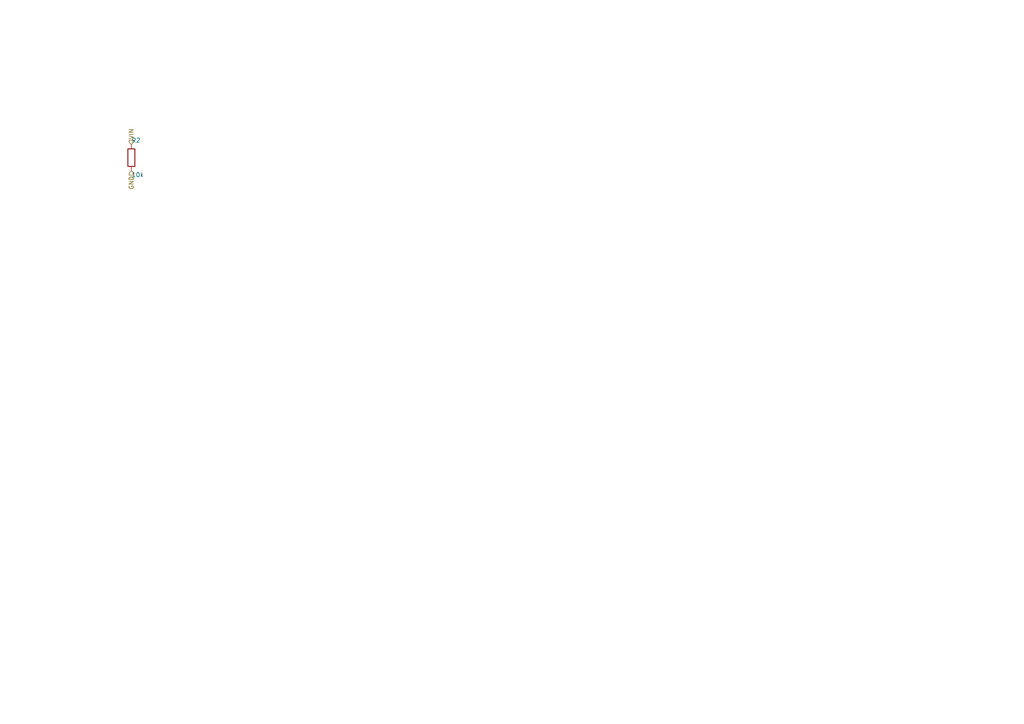
<source format=kicad_sch>
(kicad_sch (version 20250114) (generator "circuit_synth") (generator_version "9.0")
  (paper "A4")
  (lib_symbols
    (symbol "Device:R" (pin_numbers hide) (pin_names (offset 0.254))
      (property "Reference" "R" (at 0 0 0))
      (property "Value" "R" (at 0 -2.54 0))
      (symbol "R_0_1"
        (rectangle (start -1.016 -2.54) (end 1.016 2.54) (stroke (width 0.254)))
      )
      (symbol "R_1_1"
        (pin passive line (at 0.0 3.81 270.0) (length 1.27) (name ~) (number "1"))
        (pin passive line (at 0.0 -3.81 90.0) (length 1.27) (name ~) (number "2"))
      )
    )
  )
  (title_block (title child1) (date 2025-08-05) (company Circuit-Synth))
  (symbol (lib_id "Device:R") (at 38.1 45.72 0) (unit 1)
    (property "Reference" "R2" (at 38.1 40.72 0) (effects (justify left)))
    (property "Value" "10k" (at 38.1 50.72 0) (effects (justify left)))
    (property "Footprint" "Resistor_SMD:R_0603_1608Metric" (effects (hide yes)))
  )
  (hierarchical_label VIN (shape input) (at 38.1 41.91 90))
  (hierarchical_label GND (shape input) (at 38.1 49.53 270))
)
</source>
